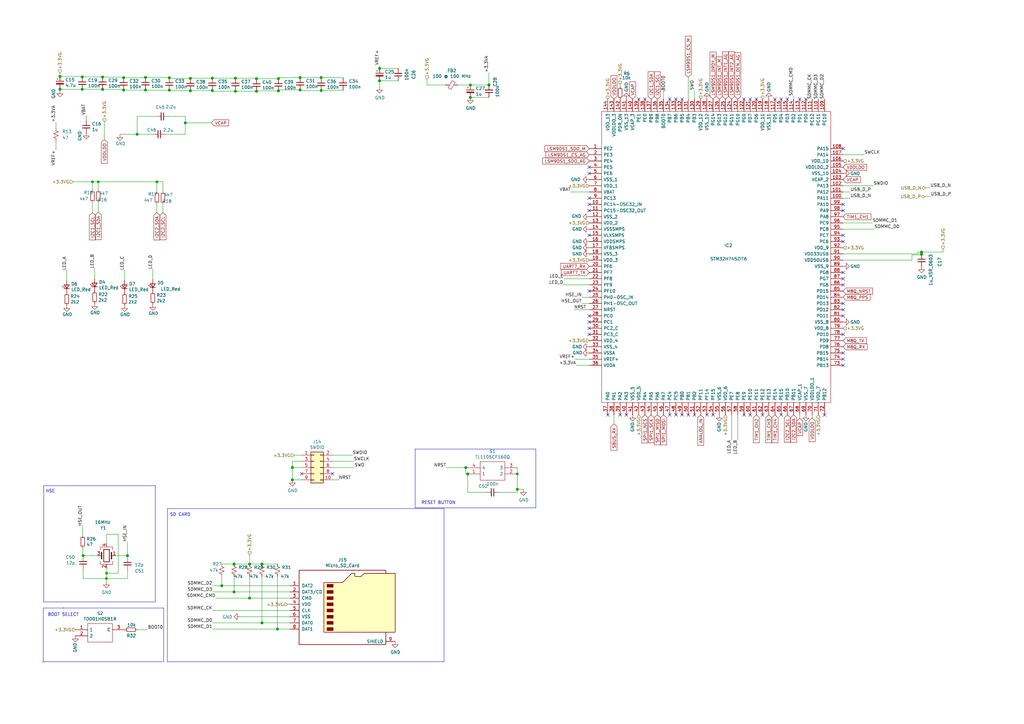
<source format=kicad_sch>
(kicad_sch (version 20211123) (generator eeschema)
  (paper "A3")
  (junction (at 59.69 31.75) (diameter 1.016))
  (junction (at 107.442 255.4732) (diameter 1.016))
  (junction (at 212.1662 200.6854) (diameter 1.016))
  (junction (at 96.012 242.7732) (diameter 1.016))
  (junction (at 123.0884 36.8808) (diameter 1.016))
  (junction (at 200.533 34.8742) (diameter 1.016))
  (junction (at 105.2068 37.4396) (diameter 1.016))
  (junction (at 155.6766 33.147) (diameter 1.016))
  (junction (at 114.1984 37.2872) (diameter 1.016))
  (junction (at 191.8462 194.3862) (diameter 1.016))
  (junction (at 102.362 231.3432) (diameter 1.016))
  (junction (at 87.0712 37.1348) (diameter 1.016))
  (junction (at 24.5872 36.6268) (diameter 1.016))
  (junction (at 123.0884 31.8008) (diameter 1.016))
  (junction (at 50.6984 31.8516) (diameter 1.016))
  (junction (at 192.913 34.8742) (diameter 1.016))
  (junction (at 155.6766 28.067) (diameter 1.016))
  (junction (at 56.2356 55.0672) (diameter 1.016))
  (junction (at 69.4436 31.9024) (diameter 1.016))
  (junction (at 40.3098 74.5744) (diameter 0.9144))
  (junction (at 114.1984 32.258) (diameter 1.016))
  (junction (at 69.4436 36.9824) (diameter 1.016))
  (junction (at 24.5872 31.3436) (diameter 1.016))
  (junction (at 96.012 231.3432) (diameter 1.016))
  (junction (at 131.7244 37.1348) (diameter 1.016))
  (junction (at 64.3382 74.5744) (diameter 0.9144))
  (junction (at 42.0624 36.6776) (diameter 1.016))
  (junction (at 78.0796 32.1564) (diameter 1.016))
  (junction (at 37.9222 74.5744) (diameter 0.9144))
  (junction (at 52.2732 227.8888) (diameter 1.016))
  (junction (at 87.0712 32.0548) (diameter 1.016))
  (junction (at 34.0868 227.8888) (diameter 1.016))
  (junction (at 33.7312 36.6268) (diameter 1.016))
  (junction (at 102.362 245.3132) (diameter 1.016))
  (junction (at 33.7312 31.5468) (diameter 1.016))
  (junction (at 96.5708 37.4396) (diameter 1.016))
  (junction (at 75.9968 50.3936) (diameter 1.016))
  (junction (at 113.792 258.0132) (diameter 1.016))
  (junction (at 59.69 36.9316) (diameter 1.016))
  (junction (at 43.6372 237.2868) (diameter 0.9144))
  (junction (at 90.932 240.2332) (diameter 1.016))
  (junction (at 192.913 39.9542) (diameter 1.016))
  (junction (at 212.1662 194.3862) (diameter 0.9144))
  (junction (at 50.6984 36.9316) (diameter 1.016))
  (junction (at 42.0624 31.5976) (diameter 1.016))
  (junction (at 43.688 235.1024) (diameter 0.9144))
  (junction (at 105.2068 32.258) (diameter 1.016))
  (junction (at 377.952 104.2924) (diameter 1.016))
  (junction (at 377.952 103.378) (diameter 1.016))
  (junction (at 191.0334 191.7954) (diameter 1.016))
  (junction (at 119.9134 191.7446) (diameter 1.016))
  (junction (at 119.9134 196.8246) (diameter 1.016))
  (junction (at 107.442 231.3432) (diameter 1.016))
  (junction (at 78.0796 37.2364) (diameter 1.016))
  (junction (at 131.7244 31.8008) (diameter 1.016))
  (junction (at 96.5708 32.0548) (diameter 1.016))
  (no_connect (at 345.7956 144.78))
  (no_connect (at 345.7956 149.86))
  (no_connect (at 249.2756 170.18))
  (no_connect (at 256.8956 170.18))
  (no_connect (at 345.7956 96.52))
  (no_connect (at 345.7956 60.96))
  (no_connect (at 241.6556 86.36))
  (no_connect (at 345.7956 124.46))
  (no_connect (at 241.6556 68.58))
  (no_connect (at 241.6556 71.12))
  (no_connect (at 241.6556 129.54))
  (no_connect (at 320.3956 170.18))
  (no_connect (at 345.7956 147.32))
  (no_connect (at 241.6556 137.16))
  (no_connect (at 345.7956 129.54))
  (no_connect (at 274.6756 40.64))
  (no_connect (at 307.6956 40.64))
  (no_connect (at 292.4556 170.18))
  (no_connect (at 305.1556 40.64))
  (no_connect (at 320.3956 40.64))
  (no_connect (at 277.2156 170.18))
  (no_connect (at 279.7556 170.18))
  (no_connect (at 310.2356 40.64))
  (no_connect (at 328.0156 40.64))
  (no_connect (at 241.6556 83.82))
  (no_connect (at 345.7956 86.36))
  (no_connect (at 330.5556 40.64))
  (no_connect (at 241.6556 96.52))
  (no_connect (at 254.3556 170.18))
  (no_connect (at 274.6756 170.18))
  (no_connect (at 284.8356 170.18))
  (no_connect (at 264.5156 40.64))
  (no_connect (at 289.9156 170.18))
  (no_connect (at 345.7956 127))
  (no_connect (at 305.1556 170.18))
  (no_connect (at 345.7956 99.06))
  (no_connect (at 312.7756 170.18))
  (no_connect (at 345.7956 116.84))
  (no_connect (at 345.7956 114.3))
  (no_connect (at 277.2156 40.64))
  (no_connect (at 345.7956 111.76))
  (no_connect (at 279.7556 40.64))
  (no_connect (at 282.2956 170.18))
  (no_connect (at 241.6556 132.08))
  (no_connect (at 136.4234 194.2846))
  (no_connect (at 317.8556 40.64))
  (no_connect (at 241.6556 81.28))
  (no_connect (at 338.1756 170.18))
  (no_connect (at 322.9356 40.64))
  (no_connect (at 261.9756 40.64))
  (no_connect (at 345.7956 83.82))
  (no_connect (at 123.7234 194.2846))
  (no_connect (at 241.6556 134.62))
  (no_connect (at 241.6556 119.38))
  (no_connect (at 345.7956 137.16))
  (no_connect (at 307.6956 170.18))
  (wire (pts (xy 59.69 36.9824) (xy 69.4436 36.9824)))
  (wire (pts (xy 33.7312 31.5468) (xy 42.0624 31.5468)))
  (wire (pts (xy 42.0624 31.5468) (xy 42.0624 31.5976)))
  (wire (pts (xy 42.0624 31.5976) (xy 42.0624 31.6484)))
  (polyline (pts (xy 182.118 271.4244) (xy 68.6816 271.4244)) (stroke (width 0) (type solid)))
  (wire (pts (xy 123.0884 36.8808) (xy 114.1984 36.8808)))
  (wire (pts (xy 136.4234 186.6646) (xy 144.6022 186.6646)))
  (polyline (pts (xy 17.78 249.3772) (xy 17.78 271.526)) (stroke (width 0) (type solid)))
  (wire (pts (xy 155.6766 26.797) (xy 155.6766 28.067)))
  (wire (pts (xy 123.7234 196.8246) (xy 119.9134 196.8246)))
  (wire (pts (xy 34.0868 237.2868) (xy 43.6372 237.2868)))
  (wire (pts (xy 50.6984 36.6776) (xy 50.6984 36.9316)))
  (wire (pts (xy 113.792 231.3432) (xy 107.442 231.3432)))
  (wire (pts (xy 102.362 231.3432) (xy 96.012 231.3432)))
  (wire (pts (xy 131.7244 31.8008) (xy 123.0884 31.8008)))
  (wire (pts (xy 123.7234 186.6646) (xy 120.6246 186.6646)))
  (wire (pts (xy 42.8244 57.2516) (xy 42.8244 49.9364)))
  (wire (pts (xy 105.2068 32.0548) (xy 96.5708 32.0548)))
  (polyline (pts (xy 68.6816 271.4244) (xy 68.6816 208.5848)) (stroke (width 0) (type solid)))
  (polyline (pts (xy 67.1068 249.3772) (xy 25.8064 249.3772)) (stroke (width 0) (type solid)))
  (wire (pts (xy 236.2708 149.86) (xy 241.6556 149.86)))
  (wire (pts (xy 212.1662 201.9554) (xy 212.1662 200.6854)))
  (wire (pts (xy 52.324 233.7308) (xy 52.324 237.2868)))
  (wire (pts (xy 96.012 236.4232) (xy 96.012 242.7732)))
  (polyline (pts (xy 17.9324 246.888) (xy 17.9324 199.1868)) (stroke (width 0) (type solid)))
  (wire (pts (xy 155.6766 33.147) (xy 155.6766 35.687)))
  (wire (pts (xy 272.1356 37.2364) (xy 272.1356 40.64)))
  (wire (pts (xy 62.6872 114.6048) (xy 62.6872 110.3884)))
  (wire (pts (xy 175.133 34.8742) (xy 175.133 32.3342)))
  (wire (pts (xy 59.69 31.75) (xy 69.4436 31.75)))
  (wire (pts (xy 254.3556 34.544) (xy 254.3556 35.56)))
  (wire (pts (xy 50.6984 31.8516) (xy 59.69 31.8516)))
  (wire (pts (xy 114.1984 36.8808) (xy 114.1984 37.2872)))
  (wire (pts (xy 200.533 39.9542) (xy 192.913 39.9542)))
  (wire (pts (xy 50.6984 36.9316) (xy 59.69 36.9316)))
  (wire (pts (xy 140.716 31.9532) (xy 140.716 31.8008)))
  (wire (pts (xy 56.2356 47.752) (xy 64.0588 47.752)))
  (wire (pts (xy 38.8112 114.3) (xy 38.8112 110.0836)))
  (wire (pts (xy 47.498 227.8888) (xy 52.2732 227.8888)))
  (wire (pts (xy 300.0756 180.4416) (xy 300.0756 170.18)))
  (wire (pts (xy 345.7956 104.14) (xy 376.4788 104.14)))
  (wire (pts (xy 376.4788 104.14) (xy 376.4788 103.378)))
  (wire (pts (xy 37.9222 74.5744) (xy 40.3098 74.5744)))
  (wire (pts (xy 24.5872 29.972) (xy 24.5872 31.3436)))
  (wire (pts (xy 105.2068 32.258) (xy 105.2068 32.3596)))
  (wire (pts (xy 66.8274 74.5744) (xy 64.3382 74.5744)))
  (wire (pts (xy 90.932 236.4232) (xy 90.932 240.2332)))
  (wire (pts (xy 43.688 219.1004) (xy 48.4632 219.1004)))
  (wire (pts (xy 114.1984 32.258) (xy 105.2068 32.258)))
  (wire (pts (xy 231.0384 116.84) (xy 241.6556 116.84)))
  (wire (pts (xy 302.6156 180.4416) (xy 302.6156 170.18)))
  (wire (pts (xy 345.7956 93.98) (xy 358.648 93.98)))
  (wire (pts (xy 96.012 242.7732) (xy 118.872 242.7732)))
  (wire (pts (xy 78.0796 37.1348) (xy 78.0796 37.2364)))
  (wire (pts (xy 113.792 258.0132) (xy 118.872 258.0132)))
  (wire (pts (xy 345.7956 81.28) (xy 348.742 81.28)))
  (polyline (pts (xy 68.6816 208.5848) (xy 182.118 208.5848)) (stroke (width 0) (type solid)))
  (wire (pts (xy 114.1984 37.2872) (xy 105.2068 37.2872)))
  (wire (pts (xy 27.3812 115.062) (xy 27.3812 110.8456)))
  (wire (pts (xy 59.69 36.83) (xy 59.69 36.9316)))
  (wire (pts (xy 138.9634 196.8246) (xy 138.9634 196.8754)))
  (wire (pts (xy 102.362 245.3132) (xy 118.872 245.3132)))
  (wire (pts (xy 123.0884 37.1348) (xy 123.0884 36.8808)))
  (wire (pts (xy 192.913 34.8742) (xy 200.533 34.8742)))
  (wire (pts (xy 43.688 232.9688) (xy 43.688 235.1024)))
  (wire (pts (xy 118.872 247.8532) (xy 117.9068 247.8532)))
  (wire (pts (xy 38.8112 110.0836) (xy 38.862 110.0836)))
  (wire (pts (xy 48.4632 219.1004) (xy 48.4632 235.1024)))
  (wire (pts (xy 379.4252 77.0636) (xy 381.508 77.0636)))
  (wire (pts (xy 69.4436 31.75) (xy 69.4436 31.9024)))
  (wire (pts (xy 182.753 34.8742) (xy 175.133 34.8742)))
  (wire (pts (xy 136.4234 189.2046) (xy 145.1102 189.2046)))
  (wire (pts (xy 78.0796 32.1564) (xy 69.4436 32.1564)))
  (wire (pts (xy 345.7956 91.44) (xy 357.8352 91.44)))
  (wire (pts (xy 33.9344 227.8888) (xy 34.0868 227.8888)))
  (wire (pts (xy 40.3098 83.0072) (xy 40.3098 87.0204)))
  (wire (pts (xy 114.1984 31.8008) (xy 114.1984 32.258)))
  (wire (pts (xy 69.4436 31.9024) (xy 69.4436 32.1564)))
  (wire (pts (xy 118.872 252.9332) (xy 98.552 252.9332)))
  (wire (pts (xy 200.533 34.8742) (xy 200.533 29.7942)))
  (wire (pts (xy 87.0712 32.0548) (xy 78.0796 32.0548)))
  (wire (pts (xy 140.716 31.8008) (xy 131.7244 31.8008)))
  (wire (pts (xy 75.9968 50.3936) (xy 75.9968 47.752)))
  (wire (pts (xy 86.6648 50.3936) (xy 75.9968 50.3936)))
  (wire (pts (xy 105.2068 37.2872) (xy 105.2068 37.4396)))
  (wire (pts (xy 22.9616 57.7596) (xy 22.9616 61.5696)))
  (wire (pts (xy 52.2732 222.1484) (xy 52.2732 227.8888)))
  (wire (pts (xy 325.4756 39.37) (xy 325.4756 40.64)))
  (wire (pts (xy 78.0796 32.0548) (xy 78.0796 32.1564)))
  (wire (pts (xy 345.7956 106.68) (xy 374.0404 106.68)))
  (wire (pts (xy 374.0404 104.5464) (xy 377.952 104.5464)))
  (wire (pts (xy 374.0404 106.68) (xy 374.0404 104.5464)))
  (wire (pts (xy 377.952 103.378) (xy 377.952 103.3272)))
  (wire (pts (xy 377.952 103.378) (xy 377.952 104.2924)))
  (wire (pts (xy 377.952 104.2924) (xy 377.952 104.5464)))
  (wire (pts (xy 33.9344 219.6592) (xy 33.9344 215.7476)))
  (wire (pts (xy 69.1388 47.752) (xy 75.9968 47.752)))
  (wire (pts (xy 333.0956 170.18) (xy 333.0956 171.45)))
  (wire (pts (xy 191.8462 194.3862) (xy 191.8462 201.9554)))
  (wire (pts (xy 140.716 37.0332) (xy 131.7244 37.0332)))
  (wire (pts (xy 88.392 245.3132) (xy 102.362 245.3132)))
  (wire (pts (xy 42.0116 36.6776) (xy 42.0624 36.6776)))
  (wire (pts (xy 42.0624 36.6776) (xy 50.6984 36.6776)))
  (wire (pts (xy 212.1662 194.3862) (xy 212.1662 200.6854)))
  (wire (pts (xy 119.9134 189.2046) (xy 119.9134 191.7446)))
  (polyline (pts (xy 17.4498 271.4244) (xy 66.7766 271.4244)) (stroke (width 0) (type solid)))
  (wire (pts (xy 43.6372 237.2868) (xy 52.324 237.2868)))
  (wire (pts (xy 251.8156 170.18) (xy 251.8156 173.8376)))
  (wire (pts (xy 163.2966 33.147) (xy 155.6766 33.147)))
  (wire (pts (xy 24.5872 31.3436) (xy 33.7312 31.3436)))
  (wire (pts (xy 33.7312 31.3436) (xy 33.7312 31.5468)))
  (wire (pts (xy 102.362 227.5332) (xy 102.362 231.3432)))
  (wire (pts (xy 105.2068 32.0548) (xy 105.2068 32.258)))
  (wire (pts (xy 376.4788 103.378) (xy 377.952 103.378)))
  (wire (pts (xy 377.952 103.378) (xy 386.7912 103.378)))
  (wire (pts (xy 386.7912 103.378) (xy 386.7912 102.1588)))
  (wire (pts (xy 40.3098 74.5744) (xy 64.3382 74.5744)))
  (polyline (pts (xy 170.2562 184.1754) (xy 219.7862 184.1754)) (stroke (width 0) (type solid)))
  (wire (pts (xy 51.1048 115.062) (xy 51.1048 110.8456)))
  (wire (pts (xy 238.6584 121.92) (xy 241.6556 121.92)))
  (wire (pts (xy 123.0884 31.8008) (xy 114.1984 31.8008)))
  (wire (pts (xy 43.6372 237.2868) (xy 43.6372 235.1024)))
  (wire (pts (xy 33.7312 36.6268) (xy 24.5872 36.6268)))
  (wire (pts (xy 191.8462 191.7954) (xy 191.0334 191.7954)))
  (wire (pts (xy 64.3382 78.5368) (xy 64.3382 74.5744)))
  (wire (pts (xy 40.3098 77.9272) (xy 40.3098 74.5744)))
  (wire (pts (xy 35.3568 47.244) (xy 35.3568 49.4284)))
  (wire (pts (xy 34.0868 227.8888) (xy 39.878 227.8888)))
  (wire (pts (xy 37.9222 83.0072) (xy 37.9222 87.2236)))
  (wire (pts (xy 59.69 36.9316) (xy 59.69 36.9824)))
  (wire (pts (xy 96.5708 32.0548) (xy 87.0712 32.0548)))
  (wire (pts (xy 199.4662 201.9554) (xy 191.8462 201.9554)))
  (wire (pts (xy 204.5462 201.9554) (xy 212.1662 201.9554)))
  (wire (pts (xy 27.3812 110.8456) (xy 27.432 110.8456)))
  (wire (pts (xy 282.2956 31.6992) (xy 282.2956 40.64)))
  (wire (pts (xy 123.7234 191.7446) (xy 119.9134 191.7446)))
  (wire (pts (xy 48.4632 235.1024) (xy 43.688 235.1024)))
  (wire (pts (xy 78.0796 37.2364) (xy 69.4436 37.2364)))
  (wire (pts (xy 379.222 80.6196) (xy 381.6604 80.6196)))
  (wire (pts (xy 131.7244 37.0332) (xy 131.7244 37.1348)))
  (wire (pts (xy 90.932 231.3432) (xy 96.012 231.3432)))
  (wire (pts (xy 345.7956 78.74) (xy 348.7928 78.74)))
  (wire (pts (xy 22.9616 50.1396) (xy 22.9616 52.6796)))
  (wire (pts (xy 136.4234 196.8246) (xy 138.9634 196.8246)))
  (wire (pts (xy 102.362 231.3432) (xy 107.442 231.3432)))
  (wire (pts (xy 284.8356 40.64) (xy 284.8356 37.0332)))
  (wire (pts (xy 235.8136 147.32) (xy 241.6556 147.32)))
  (wire (pts (xy 62.6872 110.3884) (xy 62.738 110.3884)))
  (wire (pts (xy 87.122 242.7732) (xy 96.012 242.7732)))
  (wire (pts (xy 191.0334 194.3862) (xy 191.8462 194.3862)))
  (wire (pts (xy 345.7956 63.5) (xy 354.4824 63.5)))
  (wire (pts (xy 354.4824 63.5) (xy 354.4824 63.4492)))
  (wire (pts (xy 50.6984 31.5976) (xy 50.6984 31.8516)))
  (wire (pts (xy 191.8462 191.7954) (xy 191.8462 191.8462)))
  (wire (pts (xy 87.122 240.2332) (xy 90.932 240.2332)))
  (wire (pts (xy 43.6372 238.6584) (xy 43.6372 237.2868)))
  (wire (pts (xy 52.2732 227.8888) (xy 52.324 227.8888)))
  (polyline (pts (xy 32.6136 199.1868) (xy 63.7032 199.1868)) (stroke (width 0) (type solid)))
  (wire (pts (xy 56.2864 258.2672) (xy 60.5536 258.2672)))
  (wire (pts (xy 43.688 222.8088) (xy 43.688 219.1004)))
  (wire (pts (xy 66.8274 83.6168) (xy 66.8274 87.1728)))
  (wire (pts (xy 69.4436 36.9824) (xy 69.4436 37.2364)))
  (polyline (pts (xy 182.118 208.5848) (xy 182.118 271.4244)) (stroke (width 0) (type solid)))
  (wire (pts (xy 234.0864 78.74) (xy 241.6556 78.74)))
  (wire (pts (xy 107.442 236.4232) (xy 107.442 255.4732)))
  (wire (pts (xy 107.442 255.4732) (xy 118.872 255.4732)))
  (wire (pts (xy 87.0712 37.1348) (xy 78.0796 37.1348)))
  (wire (pts (xy 214.7062 200.6854) (xy 212.1662 200.6854)))
  (polyline (pts (xy 219.7862 208.3054) (xy 170.2562 208.3054)) (stroke (width 0) (type solid)))
  (wire (pts (xy 231.2416 114.3) (xy 241.6556 114.3)))
  (wire (pts (xy 114.1984 37.2872) (xy 114.1984 37.338)))
  (wire (pts (xy 87.122 250.3932) (xy 118.872 250.3932)))
  (wire (pts (xy 42.0624 31.5976) (xy 50.6984 31.5976)))
  (wire (pts (xy 238.6076 124.46) (xy 241.6556 124.46)))
  (wire (pts (xy 37.9222 77.9272) (xy 37.9222 74.5744)))
  (wire (pts (xy 345.7956 76.2) (xy 358.2416 76.2)))
  (wire (pts (xy 96.5708 32.1056) (xy 96.5708 32.0548)))
  (wire (pts (xy 56.2356 47.752) (xy 56.2356 55.0672)))
  (wire (pts (xy 191.0334 191.7954) (xy 182.9562 191.7954)))
  (wire (pts (xy 105.2068 37.4396) (xy 96.5708 37.4396)))
  (polyline (pts (xy 17.9324 199.1868) (xy 32.6644 199.1868)) (stroke (width 0) (type solid)))
  (wire (pts (xy 136.4234 191.7446) (xy 145.3642 191.7446)))
  (polyline (pts (xy 170.2562 208.3054) (xy 170.2562 184.1754)) (stroke (width 0) (type solid)))
  (wire (pts (xy 120.6246 186.6646) (xy 120.6246 186.7662)))
  (wire (pts (xy 87.0712 37.4396) (xy 87.0712 37.1348)))
  (wire (pts (xy 113.792 236.4232) (xy 113.792 258.0132)))
  (wire (pts (xy 90.932 240.2332) (xy 118.872 240.2332)))
  (wire (pts (xy 131.7244 32.0548) (xy 131.7244 31.8008)))
  (wire (pts (xy 235.458 127) (xy 241.6556 127)))
  (wire (pts (xy 33.9344 224.7392) (xy 33.9344 227.8888)))
  (wire (pts (xy 87.122 258.0132) (xy 113.792 258.0132)))
  (wire (pts (xy 64.3382 83.6168) (xy 64.3382 87.1728)))
  (wire (pts (xy 96.5708 37.4396) (xy 96.5708 37.1856)))
  (polyline (pts (xy 26.2636 249.3772) (xy 17.78 249.3772)) (stroke (width 0) (type solid)))
  (wire (pts (xy 33.7312 36.6268) (xy 42.0624 36.6268)))
  (wire (pts (xy 42.0624 36.6268) (xy 42.0624 36.6776)))
  (wire (pts (xy 187.833 34.8742) (xy 192.913 34.8742)))
  (wire (pts (xy 96.5708 37.4396) (xy 87.0712 37.4396)))
  (wire (pts (xy 43.6372 235.1024) (xy 43.688 235.1024)))
  (wire (pts (xy 191.0334 191.7954) (xy 191.0334 194.3862)))
  (wire (pts (xy 117.9068 247.8532) (xy 117.9068 247.904)))
  (polyline (pts (xy 67.1068 271.526) (xy 67.1068 249.3772)) (stroke (width 0) (type solid)))
  (wire (pts (xy 67.8688 55.0672) (xy 75.9968 55.0672)))
  (wire (pts (xy 75.9968 55.0672) (xy 75.9968 50.3936)))
  (wire (pts (xy 123.7234 189.2046) (xy 119.9134 189.2046)))
  (wire (pts (xy 29.9466 74.5744) (xy 37.9222 74.5744)))
  (wire (pts (xy 87.122 255.4732) (xy 107.442 255.4732)))
  (wire (pts (xy 59.69 31.8516) (xy 59.69 31.75)))
  (wire (pts (xy 119.9134 191.7446) (xy 119.9134 196.8246)))
  (polyline (pts (xy 219.7862 184.1754) (xy 219.7862 208.3054)) (stroke (width 0) (type solid)))
  (wire (pts (xy 212.1662 191.8462) (xy 212.1662 194.3862)))
  (wire (pts (xy 273.1008 37.2364) (xy 272.1356 37.2364)))
  (wire (pts (xy 34.0868 233.3752) (xy 34.0868 237.2868)))
  (wire (pts (xy 328.0156 170.18) (xy 328.0156 171.5516)))
  (wire (pts (xy 52.324 227.8888) (xy 52.324 228.6508)))
  (wire (pts (xy 49.2252 55.0672) (xy 49.2252 55.118)))
  (wire (pts (xy 56.2356 55.0672) (xy 49.2252 55.0672)))
  (wire (pts (xy 62.7888 55.0672) (xy 56.2356 55.0672)))
  (wire (pts (xy 24.5872 36.4236) (xy 24.5872 36.6268)))
  (wire (pts (xy 24.5872 36.6268) (xy 24.5872 37.1856)))
  (wire (pts (xy 102.362 236.4232) (xy 102.362 245.3132)))
  (wire (pts (xy 163.2966 28.067) (xy 155.6766 28.067)))
  (wire (pts (xy 131.7244 37.1348) (xy 123.0884 37.1348)))
  (wire (pts (xy 34.0868 228.2952) (xy 34.0868 227.8888)))
  (polyline (pts (xy 63.7032 246.888) (xy 17.9324 246.888)) (stroke (width 0) (type solid)))
  (polyline (pts (xy 63.7032 199.1868) (xy 63.7032 246.888)) (stroke (width 0) (type solid)))
  (wire (pts (xy 51.1048 110.8456) (xy 51.1556 110.8456)))
  (wire (pts (xy 66.8274 78.5368) (xy 66.8274 74.5744)))
  (text "HSE" (at 18.6944 202.2856 0) (effects (font (size 1.27 1.27)) (justify left bottom)))
  (text "RESET BUTTON\n" (at 172.7962 207.0354 0) (effects (font (size 1.27 1.27)) (justify left bottom)))
  (text "SD CARD" (at 69.6468 211.9376 0) (effects (font (size 1.27 1.27)) (justify left bottom)))
  (text "BOOT SELECT\n" (at 19.5072 252.9332 0) (effects (font (size 1.27 1.27)) (justify left bottom)))
  (label "VBAT" (at 234.0864 78.74 180))
  (label "NRST" (at 235.458 127 0))
  (label "SDMMC_CMD" (at 325.4756 39.37 90))
  (label "USB_D_N" (at 381.508 77.0636 0))
  (label "LED_A" (at 27.432 110.8456 90))
  (label "HSE_OUT" (at 238.6076 124.46 180))
  (label "SWCLK" (at 354.4824 63.4492 0))
  (label "SDMMC_D2" (at 87.122 240.2332 180))
  (label "SDMMC_CK" (at 333.0956 40.64 90))
  (label "LED_B" (at 38.862 110.0836 90))
  (label "HSE_OUT" (at 33.9344 215.7476 90))
  (label "LED_C" (at 231.2416 114.3 180))
  (label "+3.3VA" (at 200.533 29.7942 90))
  (label "USB_D_N" (at 348.742 81.28 0))
  (label "SDMMC_D1" (at 357.8352 91.44 0))
  (label "SWO" (at 145.3642 191.7446 0))
  (label "SWDIO" (at 144.6022 186.6646 0))
  (label "VBAT" (at 35.3568 47.244 90))
  (label "+3.3VA" (at 22.9616 50.1396 90))
  (label "SDMMC_D2" (at 338.1756 40.64 90))
  (label "LED_C" (at 51.1556 110.8456 90))
  (label "+3.3VA" (at 236.2708 149.86 180))
  (label "SWDIO" (at 358.2416 76.2 0))
  (label "VREF+" (at 155.6766 26.797 90))
  (label "NRST" (at 138.9634 196.8754 0))
  (label "SDMMC_D0" (at 87.122 255.4732 180))
  (label "SDMMC_D1" (at 87.122 258.0132 180))
  (label "LED_D" (at 62.738 110.3884 90))
  (label "BOOT0" (at 273.1008 37.2364 90))
  (label "LED_A" (at 300.0756 180.4416 270))
  (label "SDMMC_D3" (at 335.6356 40.64 90))
  (label "USB_D_P" (at 381.6604 80.6196 0))
  (label "SWO" (at 284.8356 37.0332 90))
  (label "LED_B" (at 302.6156 180.4416 270))
  (label "SDMMC_CMD" (at 88.392 245.3132 180))
  (label "SDMMC_CK" (at 87.122 250.3932 180))
  (label "LED_D" (at 231.0384 116.84 180))
  (label "SDMMC_D0" (at 358.648 93.98 0))
  (label "HSE_IN" (at 52.2732 222.1484 90))
  (label "BOOT0" (at 60.5536 258.2672 0))
  (label "VREF+" (at 22.9616 61.5696 270))
  (label "VREF+" (at 235.8136 147.32 180))
  (label "SWCLK" (at 145.1102 189.2046 0))
  (label "USB_D_P" (at 348.7928 78.74 0))
  (label "HSE_IN" (at 238.6584 121.92 180))
  (label "SDMMC_D3" (at 87.122 242.7732 180))
  (label "NRST" (at 182.9562 191.7954 180))
  (global_label "SPI1_MISO" (shape input) (at 269.5956 170.18 270) (property "Intersheet References" "${INTERSHEET_REFS}" (effects hide)))
  (global_label "VDDLDO" (shape input) (at 333.0956 171.45 270) (property "Intersheet References" "${INTERSHEET_REFS}" (effects hide)))
  (global_label "TIM1_CH3" (shape input) (at 315.3156 170.18 270) (property "Intersheet References" "${INTERSHEET_REFS}" (effects hide)))
  (global_label "I2C1_SCL" (shape input) (at 37.9222 87.2236 270) (property "Intersheet References" "${INTERSHEET_REFS}" (effects hide)))
  (global_label "SPI1_NCS" (shape input) (at 264.5156 170.18 270) (property "Intersheet References" "${INTERSHEET_REFS}" (effects hide)))
  (global_label "LSM9DS1_CS_M" (shape input) (at 282.2956 31.6992 90) (property "Intersheet References" "${INTERSHEET_REFS}" (effects hide)))
  (global_label "I2C2_SCL" (shape input) (at 66.8274 87.1728 270) (property "Intersheet References" "${INTERSHEET_REFS}" (effects hide)))
  (global_label "I2C1_SDA" (shape input) (at 40.3098 87.0204 270) (property "Intersheet References" "${INTERSHEET_REFS}" (effects hide)))
  (global_label "I2C2_SDA" (shape input) (at 64.3382 87.1728 270) (property "Intersheet References" "${INTERSHEET_REFS}" (effects hide)))
  (global_label "LSM9DS1_INT1_AG" (shape input) (at 297.5356 40.64 90) (property "Intersheet References" "${INTERSHEET_REFS}" (effects hide)))
  (global_label "VCAP" (shape input) (at 328.0156 171.5516 270) (property "Intersheet References" "${INTERSHEET_REFS}" (effects hide)))
  (global_label "M8Q_TX" (shape input) (at 345.7956 139.7 0) (property "Intersheet References" "${INTERSHEET_REFS}" (effects hide)))
  (global_label "VDDLDO" (shape input) (at 345.7956 68.58 0) (property "Intersheet References" "${INTERSHEET_REFS}" (effects hide)))
  (global_label "ANALOG_IN" (shape input) (at 287.3756 170.18 270) (property "Intersheet References" "${INTERSHEET_REFS}" (effects hide)))
  (global_label "SPI1_MOSI" (shape input) (at 272.1356 170.18 270) (property "Intersheet References" "${INTERSHEET_REFS}" (effects hide)))
  (global_label "TIM1_CH4" (shape input) (at 317.8556 170.18 270) (property "Intersheet References" "${INTERSHEET_REFS}" (effects hide)))
  (global_label "VDDLDO" (shape input) (at 251.8156 40.64 90) (property "Intersheet References" "${INTERSHEET_REFS}" (effects hide)))
  (global_label "UART7_TX" (shape input) (at 241.6556 111.76 180) (property "Intersheet References" "${INTERSHEET_REFS}" (effects hide)))
  (global_label "VDDLDO" (shape input) (at 42.8244 57.2516 270) (property "Intersheet References" "${INTERSHEET_REFS}" (effects hide)))
  (global_label "LSM9DS1_INT2_AG" (shape input) (at 300.0756 40.64 90) (property "Intersheet References" "${INTERSHEET_REFS}" (effects hide)))
  (global_label "VCAP" (shape input) (at 86.6648 50.3936 0) (property "Intersheet References" "${INTERSHEET_REFS}" (effects hide)))
  (global_label "TIM1_CH1" (shape input) (at 345.7956 88.9 0) (property "Intersheet References" "${INTERSHEET_REFS}" (effects hide)))
  (global_label "SBUS_RX" (shape input) (at 251.8156 173.8376 270) (property "Intersheet References" "${INTERSHEET_REFS}" (effects hide)))
  (global_label "I2C2_SCL" (shape input) (at 322.9356 170.18 270) (property "Intersheet References" "${INTERSHEET_REFS}" (effects hide)))
  (global_label "I2C2_SDA" (shape input) (at 325.4756 170.18 270) (property "Intersheet References" "${INTERSHEET_REFS}" (effects hide)))
  (global_label "SPI1_SCK" (shape input) (at 267.0556 170.18 270) (property "Intersheet References" "${INTERSHEET_REFS}" (effects hide)))
  (global_label "LSM9DS1_DRDY_M" (shape input) (at 292.4556 40.64 90) (property "Intersheet References" "${INTERSHEET_REFS}" (effects hide)))
  (global_label "M8Q_PPS" (shape input) (at 345.7956 121.92 0) (property "Intersheet References" "${INTERSHEET_REFS}" (effects hide)))
  (global_label "TIM1_CH2" (shape input) (at 310.2356 170.18 270) (property "Intersheet References" "${INTERSHEET_REFS}" (effects hide)))
  (global_label "M8Q_NRST" (shape input) (at 345.7956 119.38 0) (property "Intersheet References" "${INTERSHEET_REFS}" (effects hide)))
  (global_label "I2C1_SDA" (shape input) (at 267.0556 40.64 90) (property "Intersheet References" "${INTERSHEET_REFS}" (effects hide)))
  (global_label "LSM9DS1_CS_AG" (shape input) (at 241.6556 63.5 180) (property "Intersheet References" "${INTERSHEET_REFS}" (effects hide)))
  (global_label "VCAP" (shape input) (at 259.4356 40.64 90) (property "Intersheet References" "${INTERSHEET_REFS}" (effects hide)))
  (global_label "UART7_RX" (shape input) (at 241.6556 109.22 180) (property "Intersheet References" "${INTERSHEET_REFS}" (effects hide)))
  (global_label "LSM9DS1_DEN_AG" (shape input) (at 302.6156 40.64 90) (property "Intersheet References" "${INTERSHEET_REFS}" (effects hide)))
  (global_label "M8Q_RX" (shape input) (at 345.7956 142.24 0) (property "Intersheet References" "${INTERSHEET_REFS}" (effects hide)))
  (global_label "I2C1_SCL" (shape input) (at 269.5956 40.64 90) (property "Intersheet References" "${INTERSHEET_REFS}" (effects hide)))
  (global_label "LSM9DS1_SDO_AG" (shape input) (at 241.6556 66.04 180) (property "Intersheet References" "${INTERSHEET_REFS}" (effects hide)))
  (global_label "LSM9DS1_INT_M" (shape input) (at 294.9956 40.64 90) (property "Intersheet References" "${INTERSHEET_REFS}" (effects hide)))
  (global_label "LSM9DS1_SDO_M" (shape input) (at 241.6556 60.96 180) (property "Intersheet References" "${INTERSHEET_REFS}" (effects hide)))
  (global_label "VCAP" (shape input) (at 345.7956 73.66 0) (property "Intersheet References" "${INTERSHEET_REFS}" (effects hide)))
  (hierarchical_label "+3.3VG" (shape input) (at 345.7956 134.62 0))
  (hierarchical_label "+3.3VG" (shape input) (at 241.6556 91.44 180))
  (hierarchical_label "+3.3VG" (shape input) (at 312.7756 40.64 90))
  (hierarchical_label "+3.3VG" (shape input) (at 24.5872 29.972 90))
  (hierarchical_label "+3.3VG" (shape input) (at 175.133 32.3342 90))
  (hierarchical_label "+3.3VG" (shape input) (at 345.7956 66.04 0))
  (hierarchical_label "USB_D_P" (shape bidirectional) (at 379.222 80.6196 180))
  (hierarchical_label "USB_D_N" (shape bidirectional) (at 379.4252 77.0636 180))
  (hierarchical_label "+3.3VG" (shape input) (at 30.8864 258.2672 180))
  (hierarchical_label "+3.3VG" (shape input) (at 241.6556 76.2 180))
  (hierarchical_label "+3.3VG" (shape input) (at 117.9068 247.904 180))
  (hierarchical_label "+3.3VG" (shape input) (at 120.6246 186.7662 180))
  (hierarchical_label "+3.3VG" (shape input) (at 287.3756 40.64 90))
  (hierarchical_label "+3.3VG" (shape input) (at 42.8244 49.9364 90))
  (hierarchical_label "+3.3VG" (shape input) (at 335.6356 170.18 270))
  (hierarchical_label "+3.3VG" (shape input) (at 297.5356 170.18 270))
  (hierarchical_label "+3.3VG" (shape input) (at 345.7956 101.6 0))
  (hierarchical_label "+3.3VG" (shape input) (at 102.362 227.5332 90))
  (hierarchical_label "+3.3VG" (shape input) (at 241.6556 139.7 180))
  (hierarchical_label "+3.3VG" (shape input) (at 254.3556 34.544 90))
  (hierarchical_label "+3.3VG" (shape input) (at 241.6556 106.68 180))
  (hierarchical_label "+3.3VG" (shape input) (at 29.9466 74.5744 180))
  (hierarchical_label "+3.3VG" (shape input) (at 386.7912 102.1588 90))
  (hierarchical_label "+3.3VG" (shape input) (at 261.9756 170.18 270))
  (hierarchical_label "+3.3VG" (shape input) (at 249.2756 40.64 90))
  (symbol (lib_id "Device:C_Small") (at 33.7312 34.0868 0) (unit 1)
    (property "Reference" "C19" (at 36.0554 32.9374 0) (effects (justify left)))
    (property "Value" "100n" (at 36.0554 35.2364 0) (effects (justify left)))
    (property "Footprint" "Capacitor_SMD:C_0402_1005Metric" (effects hide))
    (property "Digi-Key_PN" "587-1226-2-ND" (effects hide))
    (property "LCSC Part #" "C1525" (effects hide))
    (property "Seeed SKU" "302010024" (effects hide))
  )
  (symbol (lib_id "Connector_Generic:Conn_02x05_Odd_Even") (at 128.8034 191.7446 0) (unit 1)
    (property "Reference" "J14" (at 130.0734 181.1528 0))
    (property "Value" "SWDIO" (at 130.0734 183.4642 0))
    (property "Footprint" "Connector_PinHeader_1.27mm:PinHeader_2x05_P1.27mm_Vertical" (effects hide))
  )
  (symbol (lib_id "power:GND") (at 241.6556 101.6 270) (unit 1)
    (property "Reference" "#PWR015" (effects hide))
    (property "Value" "GND" (at 236.7026 101.5746 90))
  )
  (symbol (lib_id "Device:C_Small") (at 65.3288 55.0672 270) (unit 1)
    (property "Reference" "C46" (at 62.23 53.2703 90))
    (property "Value" "2.2u" (at 68.9866 53.3598 90))
    (property "Footprint" "Capacitor_SMD:C_0603_1608Metric" (effects hide))
    (property "Seeed SKU" "302010111" (effects hide))
    (property "LCSC Part #" "C19666" (effects hide))
  )
  (symbol (lib_id "power:GND") (at 289.9156 40.64 180) (unit 1)
    (property "Reference" "#PWR07" (effects hide))
    (property "Value" "GND" (at 289.941 35.687 90))
  )
  (symbol (lib_id "Device:R_Small") (at 37.9222 80.4672 0) (unit 1)
    (property "Reference" "R15" (at 34.2901 79.013 0) (effects (justify left)))
    (property "Value" "4k7" (at 32.5632 81.5148 0) (effects (justify left)))
    (property "Footprint" "Resistor_SMD:R_0402_1005Metric" (effects hide))
    (property "Seeed SKU" "301010010" (effects hide))
    (property "LCSC Part #" "C23162" (effects hide))
  )
  (symbol (lib_id "Device:R_Small_US") (at 90.932 233.8832 180) (unit 1)
    (property "Reference" "R27" (at 87.122 231.3432 0) (effects (justify right)))
    (property "Value" "47k" (at 85.852 233.8832 0) (effects (justify right)))
    (property "Footprint" "Resistor_SMD:R_0402_1005Metric" (effects hide))
    (property "Digi-Key_PN" "P47KDCTR-ND" (effects hide))
    (property "LCSC Part #" "C25792" (effects hide))
    (property "Seeed SKU" "301010005" (effects hide))
  )
  (symbol (lib_id "Device:LED_Small") (at 62.6872 117.1448 90) (unit 1)
    (property "Reference" "D5" (at 64.4653 115.9954 90) (effects (justify right)))
    (property "Value" "LED_Red" (at 65.8878 118.5482 90) (effects (justify right)))
    (property "Footprint" "LED_SMD:LED_0603_1608Metric" (effects hide))
    (property "LCSC Part #" " C72043" (effects hide))
  )
  (symbol (lib_id "Device:R_Small") (at 38.8112 121.92 0) (unit 1)
    (property "Reference" "R22" (at 40.3099 120.7706 0) (effects (justify left)))
    (property "Value" "2k2" (at 40.3098 123.0692 0) (effects (justify left)))
    (property "Footprint" "Resistor_SMD:R_0603_1608Metric" (effects hide))
    (property "Seeed SKU" "301010039" (effects hide))
    (property "LCSC Part #" "C4190" (effects hide))
  )
  (symbol (lib_id "power:GND") (at 49.2252 55.118 0) (unit 1)
    (property "Reference" "#PWR066" (effects hide))
    (property "Value" "GND" (at 49.4411 58.8836 0))
  )
  (symbol (lib_id "Device:C_Small") (at 200.533 37.4142 180) (unit 1)
    (property "Reference" "C28" (at 203.073 33.6042 90))
    (property "Value" "100n" (at 204.0382 37.4142 90))
    (property "Footprint" "Capacitor_SMD:C_0402_1005Metric" (effects hide))
    (property "Digi-Key_PN" "587-1226-2-ND" (effects hide))
    (property "LCSC Part #" "C1525" (effects hide))
    (property "Seeed SKU" "302010024" (effects hide))
  )
  (symbol (lib_id "Device:FerriteBead_Small") (at 185.293 34.8742 90) (unit 1)
    (property "Reference" "FB2" (at 185.293 28.9622 90))
    (property "Value" "100 @ 100 MHz" (at 185.2928 31.2612 90))
    (property "Footprint" "Inductor_SMD:L_0603_1608Metric" (effects hide))
    (property "Manufacturer_Part_Number" "MPZ1608S101ATAH0" (effects hide))
    (property "Digikey Link" "https://www.digikey.co.uk/en/products/detail/tdk-corporation/MPZ1608S101ATAH0/571871?s=N4IgTCBcDaILIAUBaBGAbABgBwGUUZQEEAVQgCQxAF0BfIA" (effects hide))
  )
  (symbol (lib_id "power:GND") (at 155.6766 35.687 0) (unit 1)
    (property "Reference" "#PWR048" (effects hide))
    (property "Value" "GND" (at 155.8036 40.0812 0))
  )
  (symbol (lib_id "Device:LED_Small") (at 38.8112 116.84 90) (unit 1)
    (property "Reference" "D4" (at 40.5893 115.6906 90) (effects (justify right)))
    (property "Value" "LED_Red" (at 40.5894 117.9894 90) (effects (justify right)))
    (property "Footprint" "LED_SMD:LED_0603_1608Metric" (effects hide))
    (property "LCSC Part #" " C72043" (effects hide))
  )
  (symbol (lib_id "Device:C_Small") (at 52.324 231.1908 0) (unit 1)
    (property "Reference" "C51" (at 57.2327 234.188 0))
    (property "Value" "12p" (at 57.069 231.6484 0))
    (property "Footprint" "Capacitor_SMD:C_0402_1005Metric" (effects hide))
    (property "Seeed SKU" "302010049" (effects hide))
    (property "LCSC Part #" "C1547" (effects hide))
  )
  (symbol (lib_id "Device:R_Small") (at 64.3382 81.0768 0) (unit 1)
    (property "Reference" "R17" (at 60.7061 79.6226 0) (effects (justify left)))
    (property "Value" "4k7" (at 58.9792 82.1244 0) (effects (justify left)))
    (property "Footprint" "Resistor_SMD:R_0402_1005Metric" (effects hide))
    (property "Seeed SKU" "301010010" (effects hide))
    (property "LCSC Part #" "C23162" (effects hide))
  )
  (symbol (lib_id "power:GND") (at 241.6556 144.78 270) (unit 1)
    (property "Reference" "#PWR050" (effects hide))
    (property "Value" "GND" (at 236.874 144.6911 90))
  )
  (symbol (lib_id "power:GND") (at 30.8864 260.8072 0) (unit 1)
    (property "Reference" "#PWR093" (effects hide))
    (property "Value" "GND" (at 30.7975 265.6396 90))
  )
  (symbol (lib_id "power:GND") (at 315.3156 40.64 180) (unit 1)
    (property "Reference" "#PWR08" (effects hide))
    (property "Value" "GND" (at 315.341 35.687 90))
  )
  (symbol (lib_id "Device:LED_Small") (at 27.3812 117.602 90) (unit 1)
    (property "Reference" "D6" (at 29.1593 116.4526 90) (effects (justify right)))
    (property "Value" "LED_Red" (at 29.1594 118.7514 90) (effects (justify right)))
    (property "Footprint" "LED_SMD:LED_0603_1608Metric" (effects hide))
    (property "LCSC Part #" " C72043" (effects hide))
  )
  (symbol (lib_id "Device:C_Small") (at 87.0712 34.5948 0) (unit 1)
    (property "Reference" "C35" (at 89.3954 33.4454 0) (effects (justify left)))
    (property "Value" "100n" (at 89.3954 35.7444 0) (effects (justify left)))
    (property "Footprint" "Capacitor_SMD:C_0402_1005Metric" (effects hide))
    (property "Digi-Key_PN" "587-1226-2-ND" (effects hide))
    (property "LCSC Part #" "C1525" (effects hide))
    (property "Seeed SKU" "302010024" (effects hide))
  )
  (symbol (lib_id "Device:C_Small") (at 140.716 34.4932 0) (unit 1)
    (property "Reference" "C34" (at 143.0402 33.3438 0) (effects (justify left)))
    (property "Value" "100n" (at 143.0402 35.6428 0) (effects (justify left)))
    (property "Footprint" "Capacitor_SMD:C_0402_1005Metric" (effects hide))
    (property "Digi-Key_PN" "587-1226-2-ND" (effects hide))
    (property "LCSC Part #" "C1525" (effects hide))
    (property "Seeed SKU" "302010024" (effects hide))
  )
  (symbol (lib_id "Device:R_Small_US") (at 113.792 233.8832 180) (unit 1)
    (property "Reference" "R31" (at 115.5192 232.7148 0) (effects (justify right)))
    (property "Value" "47k" (at 115.062 236.4232 0) (effects (justify right)))
    (property "Footprint" "Resistor_SMD:R_0402_1005Metric" (effects hide))
    (property "Digi-Key_PN" "P47KDCTR-ND" (effects hide))
    (property "LCSC Part #" "C25792" (effects hide))
    (property "Seeed SKU" "301010005" (effects hide))
  )
  (symbol (lib_id "Connector:Micro_SD_Card") (at 141.732 247.8532 0) (unit 1)
    (property "Reference" "J15" (at 140.462 229.6414 0))
    (property "Value" "Micro_SD_Card" (at 140.462 231.9528 0))
    (property "Footprint" "Connector_Card:microSD_HC_Hirose_DM3AT-SF-PEJM5" (effects hide))
    (property "Datasheet" "http://katalog.we-online.de/em/datasheet/693072010801.pdf" (effects hide))
    (property "Manufacturer_Part_Number" "DM3AT-SF-PEJM5	" (effects hide))
    (property "Digikey Link" "https://www.digikey.co.uk/en/products/detail/hirose-electric-co-ltd/DM3AT-SF-PEJM5/2533565" (effects hide))
  )
  (symbol (lib_id "Device:R_Small") (at 40.3098 80.4672 180) (unit 1)
    (property "Reference" "R16" (at 43.9419 81.9214 0) (effects (justify left)))
    (property "Value" "4k7" (at 44.3484 79.2676 0) (effects (justify left)))
    (property "Footprint" "Resistor_SMD:R_0402_1005Metric" (effects hide))
    (property "Seeed SKU" "301010010" (effects hide))
    (property "LCSC Part #" "C23162" (effects hide))
  )
  (symbol (lib_id "Device:R_Small_US") (at 107.442 233.8832 180) (unit 1)
    (property "Reference" "R30" (at 109.1692 232.7148 0) (effects (justify right)))
    (property "Value" "47k" (at 108.712 236.4232 0) (effects (justify right)))
    (property "Footprint" "Resistor_SMD:R_0402_1005Metric" (effects hide))
    (property "Digi-Key_PN" "P47KDCTR-ND" (effects hide))
    (property "LCSC Part #" "C25792" (effects hide))
    (property "Seeed SKU" "301010005" (effects hide))
  )
  (symbol (lib_id "Device:C_Small") (at 96.5708 34.6456 0) (unit 1)
    (property "Reference" "C37" (at 98.895 33.4962 0) (effects (justify left)))
    (property "Value" "100n" (at 98.895 35.7952 0) (effects (justify left)))
    (property "Footprint" "Capacitor_SMD:C_0402_1005Metric" (effects hide))
    (property "Digi-Key_PN" "587-1226-2-ND" (effects hide))
    (property "LCSC Part #" "C1525" (effects hide))
    (property "Seeed SKU" "302010024" (effects hide))
  )
  (symbol (lib_id "Device:R_Small_US") (at 22.9616 55.2196 180) (unit 1)
    (property "Reference" "R13" (at 25.5016 53.9496 0) (effects (justify right)))
    (property "Value" "47" (at 25.5014 56.4898 0) (effects (justify right)))
    (property "Footprint" "Resistor_SMD:R_0402_1005Metric" (effects hide))
    (property "Seeed SKU" "301010878" (effects hide))
    (property "LCSC Part #" "C23182" (effects hide))
  )
  (symbol (lib_id "power:GND") (at 241.6556 88.9 270) (unit 1)
    (property "Reference" "#PWR012" (effects hide))
    (property "Value" "GND" (at 236.4486 88.6714 90))
  )
  (symbol (lib_id "power:GND") (at 119.9134 196.8246 0) (unit 1)
    (property "Reference" "#PWR082" (effects hide))
    (property "Value" "GND" (at 120.0404 201.2188 0))
  )
  (symbol (lib_id "power:GND") (at 330.5556 170.18 0) (unit 1)
    (property "Reference" "#PWR053" (effects hide))
    (property "Value" "GND" (at 330.5302 175.133 90))
  )
  (symbol (lib_id "Device:C_Polarized_Small") (at 155.6766 30.607 0) (unit 1)
    (property "Reference" "C25" (at 157.8357 29.4576 0) (effects (justify left)))
    (property "Value" "1u" (at 157.836 31.7564 0) (effects (justify left)))
    (property "Footprint" "Capacitor_Tantalum_SMD:CP_EIA-3216-18_Kemet-A" (effects hide))
    (property "Manufacturer_Part_Number" "TAJA105M016RNJ" (effects hide))
    (property "Digikey Link" "https://www.digikey.co.uk/en/products/detail/nemco/PCT1-6AK/13236721" (effects hide))
    (property "LCSC Part #" "C7176" (effects hide))
  )
  (symbol (lib_id "Device:R_Small") (at 33.9344 222.1992 0) (unit 1)
    (property "Reference" "R26" (at 35.4331 221.0498 0) (effects (justify left)))
    (property "Value" "47" (at 35.4332 223.3484 0) (effects (justify left)))
    (property "Footprint" "Resistor_SMD:R_0402_1005Metric" (effects hide))
    (property "Seeed SKU" "301010878" (effects hide))
    (property "LCSC Part #" "C23182" (effects hide))
  )
  (symbol (lib_id "power:GND") (at 192.913 39.9542 0) (unit 1)
    (property "Reference" "#PWR049" (effects hide))
    (property "Value" "GND" (at 193.04 44.3484 0))
  )
  (symbol (lib_id "Device:C_Small") (at 123.0884 34.3408 0) (unit 1)
    (property "Reference" "C31" (at 125.4126 33.1914 0) (effects (justify left)))
    (property "Value" "100n" (at 125.4126 35.4904 0) (effects (justify left)))
    (property "Footprint" "Capacitor_SMD:C_0402_1005Metric" (effects hide))
    (property "Digi-Key_PN" "587-1226-2-ND" (effects hide))
    (property "LCSC Part #" "C1525" (effects hide))
    (property "Seeed SKU" "302010024" (effects hide))
  )
  (symbol (lib_id "power:GND") (at 294.9956 170.18 0) (unit 1)
    (property "Reference" "#PWR052" (effects hide))
    (property "Value" "GND" (at 294.9702 175.133 90))
  )
  (symbol (lib_id "power:GND") (at 43.6372 238.6584 0) (unit 1)
    (property "Reference" "#PWR090" (effects hide))
    (property "Value" "GND" (at 43.7515 242.9828 0))
  )
  (symbol (lib_id "power:GND") (at 51.1048 125.222 0) (unit 1)
    (property "Reference" "#PWR071" (effects hide))
    (property "Value" "GND" (at 51.3207 128.9876 0))
  )
  (symbol (lib_id "SamacSys_Parts:STM32H745ZIT6") (at 241.6556 60.96 0) (unit 1)
    (property "Reference" "IC2" (at 297.0785 100.6867 0) (effects (justify left)))
    (property "Value" "STM32H745ZIT6" (at 291.2365 106.1858 0) (effects (justify left)))
    (property "Footprint" "SamacSys_Parts:QFP50P2200X2200X160-144N" (effects hide))
    (property "Datasheet" "https://www.st.com/resource/en/datasheet/stm32h745ii.pdf" (effects hide))
    (property "Description" "HIGH-PERFORMANCE AND DSP WITH DP STM32H745ZIT6" (effects hide))
    (property "Height" "1.6" (effects hide))
    (property "Manufacturer_Name" "STMicroelectronics" (effects hide))
    (property "Manufacturer_Part_Number" "STM32H745ZIT6" (effects hide))
    (property "Mouser Part Number" "511-STM32H745ZIT6" (effects hide))
    (property "Mouser Price/Stock" "https://www.mouser.co.uk/ProductDetail/STMicroelectronics/STM32H745ZIT6?qs=vLWxofP3U2yvi8C71htEfQ%3D%3D" (effects hide))
    (property "Arrow Part Number" "STM32H745ZIT6" (effects hide))
    (property "Arrow Price/Stock" "https://www.arrow.com/en/products/stm32h745zit6/stmicroelectronics" (effects hide))
  )
  (symbol (lib_id "power:GND") (at 345.7956 109.22 90) (unit 1)
    (property "Reference" "#PWR026" (effects hide))
    (property "Value" "GND" (at 350.7486 109.2454 90))
  )
  (symbol (lib_id "power:GND") (at 241.6556 99.06 270) (unit 1)
    (property "Reference" "#PWR014" (effects hide))
    (property "Value" "GND" (at 236.7026 99.0346 90))
  )
  (symbol (lib_id "Device:C_Small") (at 163.2966 30.607 180) (unit 1)
    (property "Reference" "C26" (at 169.6466 30.607 90))
    (property "Value" "100n" (at 166.8018 30.607 90))
    (property "Footprint" "Capacitor_SMD:C_0402_1005Metric" (effects hide))
    (property "Digi-Key_PN" "587-1226-2-ND" (effects hide))
    (property "LCSC Part #" "C1525" (effects hide))
    (property "Seeed SKU" "302010024" (effects hide))
  )
  (symbol (lib_id "power:GND") (at 62.6872 124.7648 0) (unit 1)
    (property "Reference" "#PWR069" (effects hide))
    (property "Value" "GND" (at 62.9031 128.5304 0))
  )
  (symbol (lib_id "Device:R_Small") (at 62.6872 122.2248 0) (unit 1)
    (property "Reference" "R23" (at 64.1859 121.0754 0) (effects (justify left)))
    (property "Value" "2k2" (at 64.1858 123.374 0) (effects (justify left)))
    (property "Footprint" "Resistor_SMD:R_0603_1608Metric" (effects hide))
    (property "Seeed SKU" "301010039" (effects hide))
    (property "LCSC Part #" "C4190" (effects hide))
  )
  (symbol (lib_id "power:GND") (at 162.052 263.0932 0) (unit 1)
    (property "Reference" "#PWR092" (effects hide))
    (property "Value" "GND" (at 162.179 267.4874 0))
  )
  (symbol (lib_id "SamacSys_Parts:TDD01H0SB1R") (at 30.8864 258.2672 0) (unit 1)
    (property "Reference" "S2" (at 41.0464 251.5678 0))
    (property "Value" "TDD01H0SB1R" (at 41.0464 253.8665 0))
    (property "Footprint" "SamacSys_Parts:SOT175P420X230-3N" (effects hide))
    (property "Datasheet" "https://componentsearchengine.com/Datasheets/1/TDD01H0SB1R.pdf" (effects hide))
    (property "Description" "DIP Switches / SIP Switches Jumper Switch 2 positions" (effects hide))
    (property "Height" "2.3" (effects hide))
    (property "Manufacturer_Name" "C & K COMPONENTS" (effects hide))
    (property "Manufacturer_Part_Number" "TDD01H0SB1R" (effects hide))
    (property "Mouser Part Number" "611-TDD01H0SB1R" (effects hide))
    (property "Mouser Price/Stock" "https://www.mouser.co.uk/ProductDetail/CK/TDD01H0SB1R/?qs=G1LhLIAbs1y3L%252BmugDe4uw%3D%3D" (effects hide))
    (property "Arrow Part Number" "TDD01H0SB1R" (effects hide))
    (property "Arrow Price/Stock" "https://www.arrow.com/en/products/tdd01h0sb1r/ck" (effects hide))
    (property "Digikey Link" "https://www.digikey.co.uk/en/products/detail/c-k/TDD01H0SB1R/4966368?s=N4IgTCBcDaICoBEEAYCMAJZBlAQqgSiALoC%2BQA" (effects hide))
  )
  (symbol (lib_id "power:GND") (at 27.3812 125.222 0) (unit 1)
    (property "Reference" "#PWR070" (effects hide))
    (property "Value" "GND" (at 27.5971 128.9876 0))
  )
  (symbol (lib_id "power:GND") (at 241.6556 93.98 270) (unit 1)
    (property "Reference" "#PWR013" (effects hide))
    (property "Value" "GND" (at 236.7026 93.9546 90))
  )
  (symbol (lib_id "Device:R_Small") (at 254.3556 38.1 0) (unit 1)
    (property "Reference" "R6" (at 255.6511 30.1942 0) (effects (justify left)))
    (property "Value" "10k" (at 255.0924 31.934 0) (effects (justify left)))
    (property "Footprint" "Resistor_SMD:R_0402_1005Metric" (effects hide))
    (property "Digi-Key_PN" "	RG10P10.0KDTR-ND" (effects hide))
    (property "LCSC Part #" "C25744" (effects hide))
    (property "Seeed SKU" "	301010004" (effects hide))
  )
  (symbol (lib_id "Device:Crystal_GND24") (at 43.688 227.8888 180) (unit 1)
    (property "Reference" "Y1" (at 41.0654 216.5603 0) (effects (justify right)))
    (property "Value" "16MHz" (at 38.843 214.1732 0) (effects (justify right)))
    (property "Footprint" "Crystal:Crystal_SMD_3225-4Pin_3.2x2.5mm" (effects hide))
    (property "Manufacturer_Part_Number" "X322516MLB4SI" (effects hide))
    (property "LCSC Part #" " C13738" (effects hide))
  )
  (symbol (lib_id "Device:C_Small") (at 50.6984 34.3916 0) (unit 1)
    (property "Reference" "C32" (at 53.0226 33.2422 0) (effects (justify left)))
    (property "Value" "100n" (at 53.0226 35.5412 0) (effects (justify left)))
    (property "Footprint" "Capacitor_SMD:C_0402_1005Metric" (effects hide))
    (property "Digi-Key_PN" "587-1226-2-ND" (effects hide))
    (property "LCSC Part #" "C1525" (effects hide))
    (property "Seeed SKU" "302010024" (effects hide))
  )
  (symbol (lib_id "Device:C_Small") (at 69.4436 34.4424 0) (unit 1)
    (property "Reference" "C33" (at 71.7678 33.293 0) (effects (justify left)))
    (property "Value" "100n" (at 71.7678 35.592 0) (effects (justify left)))
    (property "Footprint" "Capacitor_SMD:C_0402_1005Metric" (effects hide))
    (property "Digi-Key_PN" "587-1226-2-ND" (effects hide))
    (property "LCSC Part #" "C1525" (effects hide))
    (property "Seeed SKU" "302010024" (effects hide))
  )
  (symbol (lib_id "Device:C_Small") (at 131.7244 34.5948 0) (unit 1)
    (property "Reference" "C36" (at 134.0486 33.4454 0) (effects (justify left)))
    (property "Value" "100n" (at 134.0486 35.7444 0) (effects (justify left)))
    (property "Footprint" "Capacitor_SMD:C_0402_1005Metric" (effects hide))
    (property "Digi-Key_PN" "587-1226-2-ND" (effects hide))
    (property "LCSC Part #" "C1525" (effects hide))
    (property "Seeed SKU" "302010024" (effects hide))
  )
  (symbol (lib_id "power:GND") (at 259.4356 170.18 0) (unit 1)
    (property "Reference" "#PWR051" (effects hide))
    (property "Value" "GND" (at 259.4102 175.133 90))
  )
  (symbol (lib_id "power:GND") (at 241.6556 73.66 270) (unit 1)
    (property "Reference" "#PWR011" (effects hide))
    (property "Value" "GND" (at 236.1438 73.6346 90))
  )
  (symbol (lib_id "Device:C_Small") (at 78.0796 34.6964 0) (unit 1)
    (property "Reference" "C38" (at 80.4038 33.547 0) (effects (justify left)))
    (property "Value" "100n" (at 80.4038 35.846 0) (effects (justify left)))
    (property "Footprint" "Capacitor_SMD:C_0402_1005Metric" (effects hide))
    (property "Digi-Key_PN" "587-1226-2-ND" (effects hide))
    (property "LCSC Part #" "C1525" (effects hide))
    (property "Seeed SKU" "302010024" (effects hide))
  )
  (symbol (lib_id "power:GND") (at 377.952 109.3724 0) (unit 1)
    (property "Reference" "#PWR028" (effects hide))
    (property "Value" "GND" (at 378.0663 113.6968 0))
  )
  (symbol (lib_id "power:GND") (at 345.7956 132.08 90) (unit 1)
    (property "Reference" "#PWR031" (effects hide))
    (property "Value" "GND" (at 350.7486 132.1054 90))
  )
  (symbol (lib_id "Device:C_Small") (at 114.1984 34.798 0) (unit 1)
    (property "Reference" "C39" (at 116.5226 33.6486 0) (effects (justify left)))
    (property "Value" "100n" (at 116.5226 35.9476 0) (effects (justify left)))
    (property "Footprint" "Capacitor_SMD:C_0402_1005Metric" (effects hide))
    (property "Digi-Key_PN" "587-1226-2-ND" (effects hide))
    (property "LCSC Part #" "C1525" (effects hide))
    (property "Seeed SKU" "302010024" (effects hide))
  )
  (symbol (lib_id "Device:R_Small") (at 66.8274 81.0768 180) (unit 1)
    (property "Reference" "R18" (at 70.4595 82.531 0) (effects (justify left)))
    (property "Value" "4k7" (at 70.866 79.8772 0) (effects (justify left)))
    (property "Footprint" "Resistor_SMD:R_0402_1005Metric" (effects hide))
    (property "Seeed SKU" "301010010" (effects hide))
    (property "LCSC Part #" "C23162" (effects hide))
  )
  (symbol (lib_id "Device:C_Small") (at 59.69 34.29 0) (unit 1)
    (property "Reference" "C30" (at 62.0142 33.1406 0) (effects (justify left)))
    (property "Value" "100n" (at 62.0142 35.4396 0) (effects (justify left)))
    (property "Footprint" "Capacitor_SMD:C_0402_1005Metric" (effects hide))
    (property "Digi-Key_PN" "587-1226-2-ND" (effects hide))
    (property "LCSC Part #" "C1525" (effects hide))
    (property "Seeed SKU" "302010024" (effects hide))
  )
  (symbol (lib_id "power:GND") (at 214.7062 200.6854 0) (unit 1)
    (property "Reference" "#PWR089" (effects hide))
    (property "Value" "GND" (at 214.8332 205.0796 0))
  )
  (symbol (lib_id "Device:C_Small") (at 66.5988 47.752 270) (unit 1)
    (property "Reference" "C45" (at 65.6336 43.9739 90))
    (property "Value" "2.2u" (at 70.0534 43.8094 90))
    (property "Footprint" "Capacitor_SMD:C_0603_1608Metric" (effects hide))
    (property "Seeed SKU" "302010111" (effects hide))
    (property "LCSC Part #" "C19666" (effects hide))
  )
  (symbol (lib_id "power:GND") (at 241.6556 142.24 270) (unit 1)
    (property "Reference" "#PWR032" (effects hide))
    (property "Value" "GND" (at 236.7026 142.2146 90))
  )
  (symbol (lib_id "Device:R_Small_US") (at 96.012 233.8832 180) (unit 1)
    (property "Reference" "R28" (at 97.7392 232.7148 0) (effects (justify right)))
    (property "Value" "47k" (at 96.012 236.4232 0) (effects (justify right)))
    (property "Footprint" "Resistor_SMD:R_0402_1005Metric" (effects hide))
    (property "Digi-Key_PN" "P47KDCTR-ND" (effects hide))
    (property "LCSC Part #" "C25792" (effects hide))
    (property "Seeed SKU" "301010005" (effects hide))
  )
  (symbol (lib_id "power:GND") (at 345.7956 71.12 90) (unit 1)
    (property "Reference" "#PWR010" (effects hide))
    (property "Value" "GND" (at 350.7486 71.1454 90))
  )
  (symbol (lib_id "Device:C_Small") (at 377.952 106.8324 0) (unit 1)
    (property "Reference" "C17" (at 385.4007 107.442 90))
    (property "Value" "1u_X5R_0603" (at 381.7308 110.7436 90))
    (property "Footprint" "Capacitor_SMD:C_0603_1608Metric" (effects hide))
    (property "Seeed SKU" "302010139" (effects hide))
    (property "LCSC Part #" "C15849" (effects hide))
  )
  (symbol (lib_id "Device:R_Small") (at 27.3812 122.682 0) (unit 1)
    (property "Reference" "R24" (at 28.8799 121.5326 0) (effects (justify left)))
    (property "Value" "2k2" (at 28.8798 123.8312 0) (effects (justify left)))
    (property "Footprint" "Resistor_SMD:R_0603_1608Metric" (effects hide))
    (property "Seeed SKU" "301010039" (effects hide))
    (property "LCSC Part #" "C4190" (effects hide))
  )
  (symbol (lib_id "Device:C_Small") (at 202.0062 201.9554 270) (unit 1)
    (property "Reference" "C52" (at 198.1962 199.4154 90))
    (property "Value" "100n" (at 202.0062 198.4502 90))
    (property "Footprint" "Capacitor_SMD:C_0402_1005Metric" (effects hide))
    (property "Digi-Key_PN" "587-1226-2-ND" (effects hide))
    (property "LCSC Part #" "C1525" (effects hide))
    (property "Seeed SKU" "302010024" (effects hide))
  )
  (symbol (lib_id "power:GND") (at 38.8112 124.46 0) (unit 1)
    (property "Reference" "#PWR068" (effects hide))
    (property "Value" "GND" (at 39.0271 128.2256 0))
  )
  (symbol (lib_id "power:GND") (at 256.8956 40.64 180) (unit 1)
    (property "Reference" "#PWR06" (effects hide))
    (property "Value" "GND" (at 256.921 35.687 90))
  )
  (symbol (lib_id "Device:R_Small_US") (at 102.362 233.8832 180) (unit 1)
    (property "Reference" "R29" (at 104.0892 232.7148 0) (effects (justify right)))
    (property "Value" "47k" (at 102.362 236.4232 0) (effects (justify right)))
    (property "Footprint" "Resistor_SMD:R_0402_1005Metric" (effects hide))
    (property "Digi-Key_PN" "P47KDCTR-ND" (effects hide))
    (property "LCSC Part #" "C25792" (effects hide))
    (property "Seeed SKU" "301010005" (effects hide))
  )
  (symbol (lib_id "Device:C_Small") (at 35.3568 51.9684 0) (unit 1)
    (property "Reference" "C16" (at 37.681 50.819 0) (effects (justify left)))
    (property "Value" "1u" (at 37.681 53.118 0) (effects (justify left)))
    (property "Footprint" "Capacitor_SMD:C_0402_1005Metric" (effects hide))
    (property "Digi-Key_PN" "587-1226-2-ND" (effects hide))
    (property "LCSC Part #" "C1525" (effects hide))
    (property "Seeed SKU" "302010024" (effects hide))
  )
  (symbol (lib_id "Device:C_Polarized_Small") (at 192.913 37.4142 0) (unit 1)
    (property "Reference" "C27" (at 195.0721 36.2648 0) (effects (justify left)))
    (property "Value" "1u" (at 195.072 38.5636 0) (effects (justify left)))
    (property "Footprint" "Capacitor_Tantalum_SMD:CP_EIA-3216-18_Kemet-A" (effects hide))
    (property "Manufacturer_Part_Number" "TAJA105M016RNJ" (effects hide))
    (property "Digikey Link" "https://www.digikey.co.uk/en/products/detail/nemco/PCT1-6AK/13236721" (effects hide))
    (property "LCSC Part #" "C7176" (effects hide))
  )
  (symbol (lib_id "power:GND") (at 241.6556 104.14 270) (unit 1)
    (property "Reference" "#PWR020" (effects hide))
    (property "Value" "GND" (at 236.7026 104.1146 90))
  )
  (symbol (lib_id "Device:C_Small") (at 105.2068 34.8996 0) (unit 1)
    (property "Reference" "C40" (at 107.531 33.7502 0) (effects (justify left)))
    (property "Value" "100n" (at 107.531 36.0492 0) (effects (justify left)))
    (property "Footprint" "Capacitor_SMD:C_0402_1005Metric" (effects hide))
    (property "Digi-Key_PN" "587-1226-2-ND" (effects hide))
    (property "LCSC Part #" "C1525" (effects hide))
    (property "Seeed SKU" "302010024" (effects hide))
  )
  (symbol (lib_id "power:GND") (at 24.5872 37.1856 0) (unit 1)
    (property "Reference" "#PWR047" (effects hide))
    (property "Value" "GND" (at 21.9583 38.462 90))
  )
  (symbol (lib_id "Device:LED_Small") (at 51.1048 117.602 90) (unit 1)
    (property "Reference" "D7" (at 52.8829 116.4526 90) (effects (justify right)))
    (property "Value" "LED_Red" (at 52.883 118.7514 90) (effects (justify right)))
    (property "Footprint" "LED_SMD:LED_0603_1608Metric" (effects hide))
    (property "LCSC Part #" " C72043" (effects hide))
  )
  (symbol (lib_id "power:GND") (at 35.3568 54.5084 0) (unit 1)
    (property "Reference" "#PWR09" (effects hide))
    (property "Value" "GND" (at 32.7279 55.7848 90))
  )
  (symbol (lib_id "Device:C_Polarized_Small") (at 24.5872 33.8836 0) (unit 1)
    (property "Reference" "C15" (at 26.7463 32.7342 0) (effects (justify left)))
    (property "Value" "4.7u" (at 26.746 35.0324 0) (effects (justify left)))
    (property "Footprint" "Capacitor_Tantalum_SMD:CP_EIA-3216-18_Kemet-A" (effects hide))
    (property "Seeed SKU" "302020039" (effects hide))
    (property "LCSC Part #" "C129235" (effects hide))
  )
  (symbol (lib_id "Device:R_Small") (at 53.7464 258.2672 90) (unit 1)
    (property "Reference" "R32" (at 53.848 260.7372 90))
    (property "Value" "10k" (at 53.9492 256.3298 90))
    (property "Footprint" "Resistor_SMD:R_0402_1005Metric" (effects hide))
    (property "Digi-Key_PN" "	RG10P10.0KDTR-ND" (effects hide))
    (property "LCSC Part #" "C25744" (effects hide))
    (property "Seeed SKU" "	301010004" (effects hide))
  )
  (symbol (lib_id "Device:R_Small") (at 51.1048 122.682 0) (unit 1)
    (property "Reference" "R25" (at 52.6035 121.5326 0) (effects (justify left)))
    (property "Value" "2k2" (at 52.6034 123.8312 0) (effects (justify left)))
    (property "Footprint" "Resistor_SMD:R_0603_1608Metric" (effects hide))
    (property "Seeed SKU" "301010039" (effects hide))
    (property "LCSC Part #" "C4190" (effects hide))
  )
  (symbol (lib_id "Device:C_Small") (at 42.0624 34.1376 0) (unit 1)
    (property "Reference" "C29" (at 44.3866 32.9882 0) (effects (justify left)))
    (property "Value" "100n" (at 44.3866 35.2872 0) (effects (justify left)))
    (property "Footprint" "Capacitor_SMD:C_0402_1005Metric" (effects hide))
    (property "Digi-Key_PN" "587-1226-2-ND" (effects hide))
    (property "LCSC Part #" "C1525" (effects hide))
    (property "Seeed SKU" "302010024" (effects hide))
  )
  (symbol (lib_id "SamacSys_Parts:TL1105CF160Q") (at 191.8462 191.8462 0) (unit 1)
    (property "Reference" "S1" (at 202.006 185.147 0))
    (property "Value" "TL1105CF160Q" (at 202.0062 187.4455 0))
    (property "Footprint" "SamacSys_Parts:TL1105CF160Q" (effects hide))
    (property "Datasheet" "https://componentsearchengine.com/Datasheets/1/TL1105CF160Q.pdf" (effects hide))
    (property "Description" "Tactile Switches 6X6X8MM 160GF" (effects hide))
    (property "Height" "8" (effects hide))
    (property "Manufacturer_Name" "E-Switch" (effects hide))
    (property "Manufacturer_Part_Number" "TL1105CF160Q" (effects hide))
    (property "Mouser Part Number" "612-TL1105C" (effects hide))
    (property "Mouser Price/Stock" "https://www.mouser.com/Search/Refine.aspx?Keyword=612-TL1105C" (effects hide))
    (property "Digikey Link" "https://www.digikey.co.uk/en/products/detail/e-switch/TL1105CF160Q/287641?s=N4IgTCBcDaICoBkCMSAMBWAwgMSQNlQEUQBdAXyA" (effects hide))
  )
  (symbol (lib_id "Device:C_Small") (at 34.0868 230.8352 180) (unit 1)
    (property "Reference" "C50" (at 28.8225 228.5492 0))
    (property "Value" "12p" (at 28.9356 230.8862 0))
    (property "Footprint" "Capacitor_SMD:C_0402_1005Metric" (effects hide))
    (property "Seeed SKU" "302010049" (effects hide))
    (property "LCSC Part #" "C1547" (effects hide))
  )
  (symbol (lib_id "power:GND") (at 98.552 252.9332 270) (unit 1)
    (property "Reference" "#PWR091" (effects hide))
    (property "Value" "GND" (at 95.3008 253.0602 90) (effects (justify right)))
  )
)
</source>
